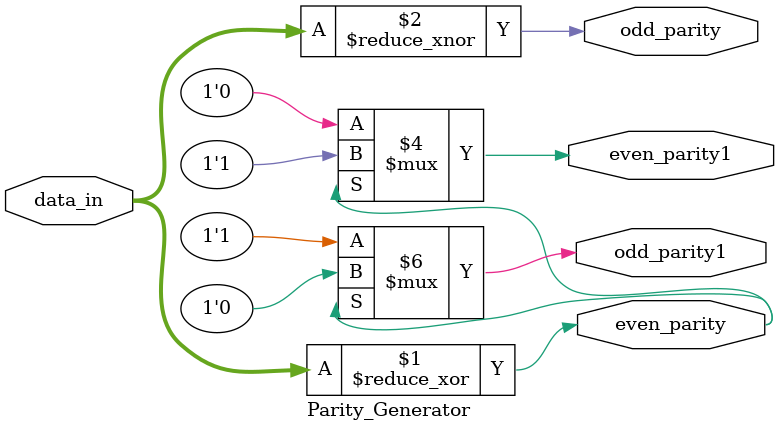
<source format=v>
`timescale 1ns / 1ps
module Parity_Generator(input  [8:0] data_in,output even_parity,output odd_parity,output even_parity1,output odd_parity1);
    assign even_parity = ^data_in;
    assign odd_parity = ~^data_in;
    assign even_parity1 = (even_parity == 1'b1) ? 1'b1 : 1'b0;
    assign odd_parity1 = (even_parity == 1'b1) ? 1'b0 : 1'b1;
endmodule

</source>
